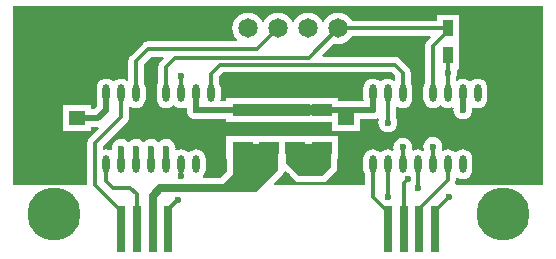
<source format=gtl>
G04 Layer_Physical_Order=1*
G04 Layer_Color=255*
%FSTAX24Y24*%
%MOIN*%
G70*
G01*
G75*
%ADD10R,0.0689X0.0394*%
%ADD11R,0.0551X0.0453*%
%ADD12O,0.0236X0.0591*%
%ADD13R,0.0315X0.1575*%
%ADD14R,0.0354X0.0532*%
%ADD15C,0.0118*%
%ADD16C,0.0276*%
%ADD17C,0.0197*%
%ADD18C,0.0394*%
%ADD19C,0.0315*%
%ADD20C,0.0650*%
%ADD21C,0.1772*%
%ADD22C,0.0236*%
%ADD23C,0.0315*%
G36*
X063844Y038771D02*
Y03864D01*
X063794Y038615D01*
X063761Y038641D01*
X063685Y038672D01*
X063602Y038683D01*
X06352Y038672D01*
X063444Y038641D01*
X063378Y03859D01*
X063377Y03859D01*
X063327D01*
X063327Y03859D01*
X063261Y038641D01*
X063185Y038672D01*
X063102Y038683D01*
X06302Y038672D01*
X062944Y038641D01*
X062878Y03859D01*
X062827Y038524D01*
X062796Y038448D01*
X062785Y038366D01*
Y038011D01*
X06279Y037973D01*
X062757Y037936D01*
X061929D01*
Y038031D01*
X060967D01*
X060941Y038035D01*
X058941D01*
X058915Y038031D01*
X058218D01*
Y037936D01*
X05805D01*
X058017Y037973D01*
X058022Y038011D01*
Y038366D01*
X058012Y038448D01*
X05798Y038524D01*
X057963Y038547D01*
Y038736D01*
X058119Y038891D01*
X063724D01*
X063844Y038771D01*
D02*
G37*
G36*
X06877Y035138D02*
X065872D01*
X065839Y035188D01*
X065852Y035219D01*
X06586Y035285D01*
Y035376D01*
X06591Y0354D01*
X065944Y035375D01*
X06602Y035343D01*
X066102Y035332D01*
X066185Y035343D01*
X066261Y035375D01*
X066327Y035425D01*
X066377Y035491D01*
X066409Y035568D01*
X06642Y03565D01*
Y036004D01*
X066409Y036087D01*
X066377Y036163D01*
X066327Y036229D01*
X066261Y03628D01*
X066185Y036311D01*
X066102Y036322D01*
X06602Y036311D01*
X065944Y03628D01*
X065878Y036229D01*
X065877Y036229D01*
X065827D01*
X065827Y036229D01*
X065761Y03628D01*
X065685Y036311D01*
X065602Y036322D01*
X06552Y036311D01*
X065444Y03628D01*
X065439Y036276D01*
X065398Y036307D01*
X065409Y036335D01*
X06542Y036417D01*
X065409Y0365D01*
X065377Y036576D01*
X065327Y036642D01*
X065261Y036692D01*
X065185Y036724D01*
X065102Y036735D01*
X06502Y036724D01*
X064944Y036692D01*
X064878Y036642D01*
X064827Y036576D01*
X064796Y0365D01*
X064785Y036417D01*
X064796Y036335D01*
X064807Y036307D01*
X064766Y036276D01*
X064761Y03628D01*
X064685Y036311D01*
X064602Y036322D01*
X06452Y036311D01*
X064452Y036283D01*
X064425Y0363D01*
X06441Y036317D01*
X06442Y036392D01*
X064409Y036475D01*
X064377Y036551D01*
X064327Y036617D01*
X064261Y036668D01*
X064185Y036699D01*
X064102Y03671D01*
X06402Y036699D01*
X063944Y036668D01*
X063878Y036617D01*
X063827Y036551D01*
X063796Y036475D01*
X063785Y036392D01*
X063795Y036317D01*
X06378Y0363D01*
X063753Y036283D01*
X063685Y036311D01*
X063602Y036322D01*
X06352Y036311D01*
X063444Y03628D01*
X063378Y036229D01*
X063377Y036229D01*
X063327D01*
X063327Y036229D01*
X063261Y03628D01*
X063185Y036311D01*
X063102Y036322D01*
X06302Y036311D01*
X062944Y03628D01*
X062878Y036229D01*
X062827Y036163D01*
X062796Y036087D01*
X062785Y036004D01*
Y03565D01*
X062796Y035568D01*
X062827Y035491D01*
X062844Y035469D01*
Y035138D01*
X059808D01*
X059789Y035184D01*
X060093Y035488D01*
X060136Y035553D01*
X060141Y035576D01*
X060189Y035591D01*
X060488Y035291D01*
X060553Y035248D01*
X06063Y035232D01*
X061417D01*
X061494Y035248D01*
X061559Y035291D01*
X061845Y035577D01*
X061888Y035642D01*
X061903Y035719D01*
Y035984D01*
X061929D01*
Y036772D01*
X058218D01*
Y035984D01*
X058244D01*
Y035595D01*
X058026Y035377D01*
X057444D01*
X057433Y035409D01*
X05743Y035427D01*
X05748Y035491D01*
X057512Y035568D01*
X057522Y03565D01*
Y036004D01*
X057512Y036087D01*
X05748Y036163D01*
X057429Y036229D01*
X057364Y03628D01*
X057287Y036311D01*
X057205Y036322D01*
X057123Y036311D01*
X057046Y03628D01*
X05698Y036229D01*
X05698Y036229D01*
X05693D01*
X056929Y036229D01*
X056864Y03628D01*
X056787Y036311D01*
X056705Y036322D01*
X056623Y036311D01*
X056565Y036287D01*
X056522Y036315D01*
X056519Y03632D01*
X056522Y036348D01*
X056512Y036431D01*
X05648Y036507D01*
X056429Y036573D01*
X056364Y036624D01*
X056287Y036655D01*
X056205Y036666D01*
X056122Y036655D01*
X056046Y036624D01*
X05598Y036573D01*
X05598Y036573D01*
X05593D01*
X055929Y036573D01*
X055864Y036624D01*
X055787Y036655D01*
X055705Y036666D01*
X055623Y036655D01*
X055546Y036624D01*
X055488Y036579D01*
X055458Y036573D01*
X055451D01*
X055422Y036579D01*
X055364Y036624D01*
X055287Y036655D01*
X055205Y036666D01*
X055122Y036655D01*
X055046Y036624D01*
X05498Y036573D01*
X05498Y036573D01*
X05493D01*
X054929Y036573D01*
X054864Y036624D01*
X054787Y036655D01*
X054705Y036666D01*
X054623Y036655D01*
X054546Y036624D01*
X05448Y036573D01*
X05443Y036507D01*
X054398Y036431D01*
X054387Y036348D01*
X054391Y03632D01*
X054387Y036315D01*
X054345Y036287D01*
X054287Y036311D01*
X054205Y036322D01*
X054147Y036314D01*
X054097Y03635D01*
Y036429D01*
X054887Y037219D01*
X054928Y037273D01*
X054954Y037335D01*
X054963Y037402D01*
Y037737D01*
X055013Y037762D01*
X055046Y037736D01*
X055122Y037704D01*
X055205Y037694D01*
X055287Y037704D01*
X055364Y037736D01*
X055429Y037787D01*
X05548Y037852D01*
X055512Y037929D01*
X055522Y038011D01*
Y038366D01*
X055512Y038448D01*
X05548Y038524D01*
X055463Y038547D01*
Y039153D01*
X055717Y039407D01*
X056103D01*
X056122Y039361D01*
X056022Y039261D01*
X055981Y039208D01*
X055955Y039146D01*
X055947Y039079D01*
Y038547D01*
X05593Y038524D01*
X055898Y038448D01*
X055887Y038366D01*
Y038011D01*
X055898Y037929D01*
X05593Y037852D01*
X05598Y037787D01*
X056046Y037736D01*
X056122Y037704D01*
X056205Y037694D01*
X056287Y037704D01*
X056364Y037736D01*
X056429Y037787D01*
X05643Y037787D01*
X05648D01*
X05648Y037787D01*
X056546Y037736D01*
X056623Y037704D01*
X056705Y037694D01*
X056787Y037704D01*
X056851Y037731D01*
X056885Y03771D01*
X056895Y037697D01*
X056887Y037638D01*
X056898Y037556D01*
X05693Y037479D01*
X05698Y037413D01*
X057046Y037363D01*
X057123Y037331D01*
X057205Y03732D01*
X057287Y037331D01*
X057309Y03734D01*
X058218D01*
Y037244D01*
X058915D01*
X058941Y037241D01*
X060941D01*
X060967Y037244D01*
X061732D01*
Y036949D01*
X062677D01*
Y03734D01*
X062998D01*
X06302Y037331D01*
X063102Y03732D01*
X063185Y037331D01*
X063261Y037363D01*
X063278Y037376D01*
X063319Y037344D01*
X063296Y037287D01*
X063285Y037205D01*
X063296Y037122D01*
X063327Y037046D01*
X063378Y03698D01*
X063444Y03693D01*
X06352Y036898D01*
X063602Y036887D01*
X063685Y036898D01*
X063761Y03693D01*
X063827Y03698D01*
X063877Y037046D01*
X063909Y037122D01*
X06392Y037205D01*
X063909Y037287D01*
X063877Y037364D01*
X06386Y037386D01*
Y037737D01*
X06391Y037762D01*
X063944Y037736D01*
X06402Y037704D01*
X064102Y037694D01*
X064185Y037704D01*
X064261Y037736D01*
X064327Y037787D01*
X064377Y037852D01*
X064409Y037929D01*
X06442Y038011D01*
Y038366D01*
X064409Y038448D01*
X064377Y038524D01*
X06436Y038547D01*
Y038878D01*
X064352Y038945D01*
X064326Y039007D01*
X064285Y03906D01*
X064013Y039332D01*
X06396Y039373D01*
X063898Y039399D01*
X063831Y039408D01*
X061425D01*
X061406Y039454D01*
X0618Y039848D01*
X061805Y039846D01*
X061941Y039828D01*
X062077Y039846D01*
X062204Y039898D01*
X062313Y039982D01*
X062397Y040091D01*
X062399Y040096D01*
X065016D01*
X065035Y04005D01*
X06492Y039934D01*
X064879Y039881D01*
X064853Y039819D01*
X064844Y039752D01*
Y038547D01*
X064827Y038524D01*
X064796Y038448D01*
X064785Y038366D01*
Y038011D01*
X064796Y037929D01*
X064827Y037852D01*
X064878Y037787D01*
X064944Y037736D01*
X06502Y037704D01*
X065102Y037694D01*
X065185Y037704D01*
X065261Y037736D01*
X065327Y037787D01*
X065327Y037787D01*
X065377D01*
X065378Y037787D01*
X065444Y037736D01*
X06552Y037704D01*
X065602Y037694D01*
X065685Y037704D01*
X065748Y037731D01*
X065783Y03771D01*
X065793Y037697D01*
X065785Y037638D01*
X065796Y037556D01*
X065827Y037479D01*
X065878Y037413D01*
X065944Y037363D01*
X06602Y037331D01*
X066102Y03732D01*
X066185Y037331D01*
X066261Y037363D01*
X066327Y037413D01*
X066377Y037479D01*
X066409Y037556D01*
X06642Y037638D01*
X066412Y037697D01*
X066422Y03771D01*
X066456Y037731D01*
X06652Y037704D01*
X066602Y037694D01*
X066685Y037704D01*
X066761Y037736D01*
X066827Y037787D01*
X066877Y037852D01*
X066909Y037929D01*
X06692Y038011D01*
Y038366D01*
X066909Y038448D01*
X066877Y038524D01*
X066827Y03859D01*
X066761Y038641D01*
X066685Y038672D01*
X066602Y038683D01*
X06652Y038672D01*
X066444Y038641D01*
X066385Y038596D01*
X066356Y03859D01*
X066349D01*
X066319Y038596D01*
X066261Y038641D01*
X066185Y038672D01*
X066102Y038683D01*
X06602Y038672D01*
X065944Y038641D01*
X06591Y038615D01*
X06586Y03864D01*
Y038697D01*
X065877Y038719D01*
X065909Y038796D01*
X06592Y038878D01*
X06591Y038956D01*
X065912Y038971D01*
X065935Y039006D01*
X065976D01*
Y039892D01*
Y040817D01*
X065228D01*
Y040612D01*
X062399D01*
X062397Y040618D01*
X062313Y040727D01*
X062204Y04081D01*
X062077Y040863D01*
X061941Y040881D01*
X061805Y040863D01*
X061678Y04081D01*
X061569Y040727D01*
X061485Y040618D01*
X061466Y040571D01*
X061416D01*
X061397Y040618D01*
X061313Y040727D01*
X061204Y04081D01*
X061077Y040863D01*
X060941Y040881D01*
X060805Y040863D01*
X060678Y04081D01*
X060569Y040727D01*
X060485Y040618D01*
X060466Y040571D01*
X060416D01*
X060397Y040618D01*
X060313Y040727D01*
X060204Y04081D01*
X060077Y040863D01*
X059941Y040881D01*
X059805Y040863D01*
X059678Y04081D01*
X059569Y040727D01*
X059485Y040618D01*
X059466Y040571D01*
X059416D01*
X059397Y040618D01*
X059313Y040727D01*
X059204Y04081D01*
X059077Y040863D01*
X058941Y040881D01*
X058805Y040863D01*
X058678Y04081D01*
X058569Y040727D01*
X058485Y040618D01*
X058433Y040491D01*
X058415Y040354D01*
X058433Y040218D01*
X058485Y040091D01*
X058569Y039982D01*
X058584Y039971D01*
X058567Y039923D01*
X05561D01*
X055543Y039915D01*
X055481Y039889D01*
X055428Y039848D01*
X055022Y039442D01*
X054981Y039389D01*
X054955Y039327D01*
X054947Y03926D01*
Y03864D01*
X054897Y038615D01*
X054864Y038641D01*
X054787Y038672D01*
X054705Y038683D01*
X054623Y038672D01*
X054546Y038641D01*
X05448Y03859D01*
X05448Y03859D01*
X05443D01*
X054429Y03859D01*
X054364Y038641D01*
X054287Y038672D01*
X054205Y038683D01*
X054123Y038672D01*
X054046Y038641D01*
X05398Y03859D01*
X05393Y038524D01*
X053898Y038448D01*
X053887Y038366D01*
Y038011D01*
X053898Y037929D01*
X053907Y037907D01*
Y037761D01*
X053816Y03767D01*
X05372D01*
Y037795D01*
X052776D01*
Y036949D01*
X05372D01*
Y037074D01*
X053939D01*
X053942Y037075D01*
X053965Y037027D01*
X053656Y036718D01*
X053615Y036664D01*
X053589Y036602D01*
X05358Y036535D01*
Y035138D01*
X051112D01*
Y041112D01*
X06877D01*
Y035138D01*
D02*
G37*
G36*
X061703Y035719D02*
X061417Y035433D01*
X06063D01*
X060197Y035866D01*
Y036516D01*
X061703D01*
Y035719D01*
D02*
G37*
G36*
X059951Y03563D02*
X059209Y034888D01*
X058661D01*
X058609Y034941D01*
X058071D01*
X057972Y035039D01*
X058445Y035512D01*
Y036516D01*
X059951D01*
Y03563D01*
D02*
G37*
D10*
X060512Y036378D02*
D03*
Y037638D02*
D03*
X059636Y036378D02*
D03*
Y037638D02*
D03*
X061388Y036378D02*
D03*
Y037638D02*
D03*
X05876Y036378D02*
D03*
Y037638D02*
D03*
D11*
X053248Y037372D02*
D03*
Y036644D02*
D03*
X062205Y037372D02*
D03*
Y036644D02*
D03*
D12*
X063102Y035827D02*
D03*
X063602D02*
D03*
X064102D02*
D03*
X064602D02*
D03*
X065102D02*
D03*
X065602D02*
D03*
X066102D02*
D03*
X066602D02*
D03*
Y038188D02*
D03*
X066102D02*
D03*
X065602D02*
D03*
X065102D02*
D03*
X064602D02*
D03*
X064102D02*
D03*
X063602D02*
D03*
X063102D02*
D03*
X054205Y035827D02*
D03*
X054705D02*
D03*
X055205D02*
D03*
X055705D02*
D03*
X056205D02*
D03*
X056705D02*
D03*
X057205D02*
D03*
X057705D02*
D03*
Y038188D02*
D03*
X057205D02*
D03*
X056705D02*
D03*
X056205D02*
D03*
X055705D02*
D03*
X055205D02*
D03*
X054705D02*
D03*
X054205D02*
D03*
D13*
X063602Y033661D02*
D03*
X064127D02*
D03*
X064652D02*
D03*
X065177D02*
D03*
X054705D02*
D03*
X05523D02*
D03*
X055755D02*
D03*
X05628D02*
D03*
D14*
X065602Y040354D02*
D03*
X066429D02*
D03*
X065602Y039469D02*
D03*
X066429D02*
D03*
D15*
X058195Y037008D02*
X061309D01*
X056705Y035433D02*
Y035827D01*
X05628Y034331D02*
X056594Y034646D01*
X05628Y033661D02*
Y034331D01*
X066602Y036449D02*
X067157D01*
X067717Y037008D01*
Y039075D01*
X067323Y039469D02*
X067717Y039075D01*
X066429Y039469D02*
X067323D01*
X066429D02*
Y040354D01*
X064136Y036811D02*
X064602Y037278D01*
X062697Y036811D02*
X064136D01*
X06253Y036644D02*
X062697Y036811D01*
X063602Y037205D02*
Y038188D01*
X052608Y036644D02*
X053248D01*
X052165Y037087D02*
X052608Y036644D01*
X052165Y037087D02*
Y039862D01*
X052657Y040354D01*
X057941D01*
X064102Y038188D02*
Y038878D01*
X058012Y03915D02*
X063831D01*
X057705Y038188D02*
Y038843D01*
X063831Y03915D02*
X064102Y038878D01*
X057705Y038843D02*
X058012Y03915D01*
X064127Y033661D02*
Y035184D01*
X063102Y034732D02*
Y035827D01*
X065177Y033661D02*
Y034272D01*
X065102Y035827D02*
Y036417D01*
X065602Y035285D02*
Y035827D01*
X064652Y033661D02*
Y034335D01*
X064102Y035827D02*
Y036392D01*
X054205Y035264D02*
Y035827D01*
Y035264D02*
X054429Y035039D01*
X055008D01*
X05523Y034818D01*
Y033661D02*
Y034818D01*
X054705Y033661D02*
Y034272D01*
X053839Y035138D02*
Y036535D01*
Y035138D02*
X054705Y034272D01*
X053839Y036535D02*
X054705Y037402D01*
Y038188D01*
X055705Y037218D02*
Y038188D01*
Y037218D02*
X056014Y036909D01*
X057313D01*
X057705Y036518D01*
Y035827D02*
Y036518D01*
X058195Y037008D01*
X064602Y037278D02*
Y038188D01*
Y037278D02*
X06506Y03682D01*
X066231D01*
X066602Y036449D01*
Y035827D02*
Y036449D01*
X063602Y033661D02*
Y03436D01*
X065102Y038188D02*
Y039752D01*
X065602Y040252D01*
X061941Y040354D02*
X065602D01*
Y040252D02*
Y040354D01*
X055205Y038188D02*
Y03926D01*
X05561Y039665D01*
X059252D01*
X059941Y040354D01*
X056205Y038188D02*
Y039079D01*
X056496Y03937D01*
X060957D01*
X061941Y040354D01*
X056705Y038188D02*
Y03878D01*
X065602Y038188D02*
Y038878D01*
Y039469D01*
X064602Y035039D02*
Y035827D01*
X064652Y034335D02*
X065602Y035285D01*
X065177Y034272D02*
X06565Y034744D01*
X064127Y035184D02*
X064278Y035335D01*
X063602Y034744D02*
Y035827D01*
X063102Y034732D02*
X063583Y034252D01*
Y034154D02*
Y034252D01*
D16*
X059198Y035257D02*
Y036378D01*
X056014Y035039D02*
X05898D01*
X059198Y035257D01*
X055755Y03478D02*
X056014Y035039D01*
X055755Y033661D02*
Y03478D01*
D17*
X060941Y037638D02*
X063102D01*
X056205Y035827D02*
Y036348D01*
X053248Y037372D02*
X053939D01*
X054205Y037638D01*
X055705Y035827D02*
Y036348D01*
Y035827D02*
X055709Y035831D01*
X055205Y035827D02*
Y036348D01*
X054705Y035827D02*
Y036348D01*
X054205Y037638D02*
Y038188D01*
X057205Y037638D02*
X058941D01*
X057205D02*
Y038188D01*
X066102Y037638D02*
Y038188D01*
X063102Y037638D02*
Y038188D01*
D18*
X058941Y037638D02*
X060941D01*
D19*
Y03563D02*
Y036319D01*
D20*
X058941Y040354D02*
D03*
X057941D02*
D03*
X059941D02*
D03*
X060941D02*
D03*
X061941D02*
D03*
D21*
X052461Y034154D02*
D03*
X067421D02*
D03*
D22*
X060397Y038697D02*
D03*
X063377Y038719D02*
D03*
X058141Y038555D02*
D03*
X067323Y040157D02*
D03*
Y038976D02*
D03*
Y037795D02*
D03*
Y036614D02*
D03*
Y035433D02*
D03*
X066142Y038976D02*
D03*
Y036614D02*
D03*
X062598D02*
D03*
X060236Y035433D02*
D03*
X057874Y036614D02*
D03*
X055512Y040157D02*
D03*
X054331D02*
D03*
Y038976D02*
D03*
X05315Y040157D02*
D03*
Y038976D02*
D03*
Y035433D02*
D03*
X051968Y040157D02*
D03*
Y038976D02*
D03*
Y037795D02*
D03*
Y036614D02*
D03*
Y035433D02*
D03*
X057205Y037638D02*
D03*
X056705Y035433D02*
D03*
X056594Y034646D02*
D03*
X056205Y036348D02*
D03*
X055705Y037218D02*
D03*
X063602Y037205D02*
D03*
X054705Y036348D02*
D03*
X055205D02*
D03*
X055705D02*
D03*
X054205Y037638D02*
D03*
X065102Y036417D02*
D03*
X064102Y036392D02*
D03*
X060941Y03563D02*
D03*
X066102Y037638D02*
D03*
X063102D02*
D03*
X056705Y03878D02*
D03*
X065602Y038878D02*
D03*
X064602Y035039D02*
D03*
X06565Y034744D02*
D03*
X064278Y035335D02*
D03*
X063602Y034744D02*
D03*
D23*
X060138Y037638D02*
D03*
X059646D02*
D03*
M02*

</source>
